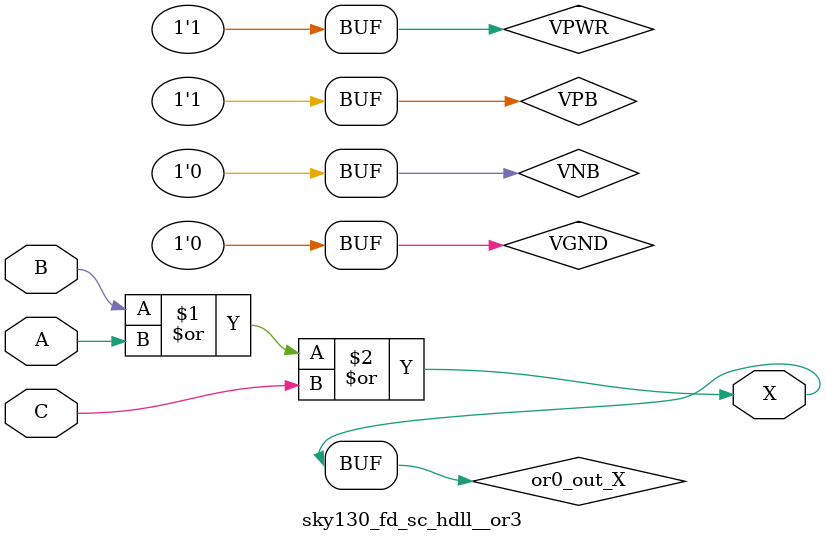
<source format=v>
/*
 * Copyright 2020 The SkyWater PDK Authors
 *
 * Licensed under the Apache License, Version 2.0 (the "License");
 * you may not use this file except in compliance with the License.
 * You may obtain a copy of the License at
 *
 *     https://www.apache.org/licenses/LICENSE-2.0
 *
 * Unless required by applicable law or agreed to in writing, software
 * distributed under the License is distributed on an "AS IS" BASIS,
 * WITHOUT WARRANTIES OR CONDITIONS OF ANY KIND, either express or implied.
 * See the License for the specific language governing permissions and
 * limitations under the License.
 *
 * SPDX-License-Identifier: Apache-2.0
*/


`ifndef SKY130_FD_SC_HDLL__OR3_TIMING_V
`define SKY130_FD_SC_HDLL__OR3_TIMING_V

/**
 * or3: 3-input OR.
 *
 * Verilog simulation timing model.
 */

`timescale 1ns / 1ps
`default_nettype none

`celldefine
module sky130_fd_sc_hdll__or3 (
    X,
    A,
    B,
    C
);

    // Module ports
    output X;
    input  A;
    input  B;
    input  C;

    // Module supplies
    supply1 VPWR;
    supply0 VGND;
    supply1 VPB ;
    supply0 VNB ;

    // Local signals
    wire or0_out_X;

    //  Name  Output     Other arguments
    or  or0  (or0_out_X, B, A, C        );
    buf buf0 (X        , or0_out_X      );

endmodule
`endcelldefine

`default_nettype wire
`endif  // SKY130_FD_SC_HDLL__OR3_TIMING_V

</source>
